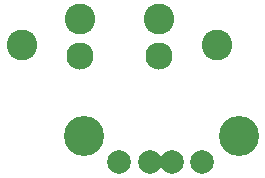
<source format=gbs>
G04 #@! TF.FileFunction,Soldermask,Bot*
%FSLAX46Y46*%
G04 Gerber Fmt 4.6, Leading zero omitted, Abs format (unit mm)*
G04 Created by KiCad (PCBNEW 4.0.7) date 11/16/18 17:07:03*
%MOMM*%
%LPD*%
G01*
G04 APERTURE LIST*
%ADD10C,0.100000*%
%ADD11C,2.600000*%
%ADD12C,2.300000*%
%ADD13C,2.000000*%
%ADD14C,3.400000*%
G04 APERTURE END LIST*
D10*
D11*
X141839000Y-110434000D03*
D12*
X146789000Y-111354000D03*
D11*
X146789000Y-108204000D03*
X153439000Y-108204000D03*
D12*
X153439000Y-111354000D03*
D11*
X158389000Y-110434000D03*
D13*
X157070000Y-120310000D03*
X154570000Y-120310000D03*
X150070000Y-120310000D03*
D14*
X160240000Y-118110000D03*
X147100000Y-118110000D03*
D13*
X152670000Y-120310000D03*
M02*

</source>
